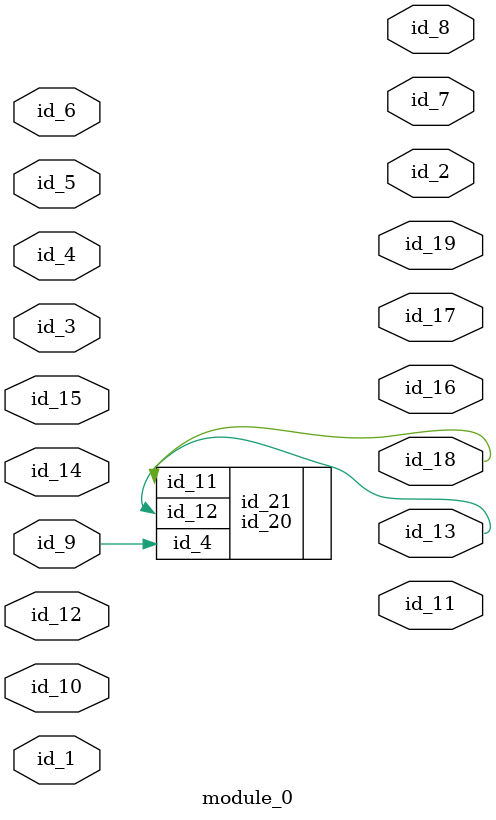
<source format=v>
`define pp_1 0
`timescale 1ps / 1ps
module module_0 (
    id_1,
    id_2,
    id_3,
    id_4,
    id_5,
    id_6,
    id_7,
    id_8,
    id_9,
    id_10,
    id_11,
    id_12,
    id_13,
    id_14,
    id_15,
    id_16,
    id_17,
    id_18,
    id_19
);
  output id_19;
  output id_18;
  output id_17;
  output id_16;
  input id_15;
  input id_14;
  output id_13;
  input id_12;
  output id_11;
  input id_10;
  input id_9;
  output id_8;
  output id_7;
  input id_6;
  input id_5;
  input id_4;
  input id_3;
  output id_2;
  input id_1;
  id_20 id_21 (
      .id_4 (id_9),
      .id_12(id_13),
      .id_11(id_18)
  );
endmodule

</source>
